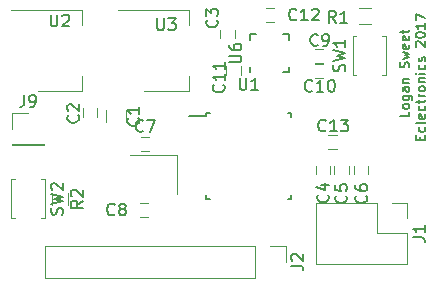
<source format=gbr>
G04 #@! TF.FileFunction,Legend,Top*
%FSLAX46Y46*%
G04 Gerber Fmt 4.6, Leading zero omitted, Abs format (unit mm)*
G04 Created by KiCad (PCBNEW 4.0.7) date 11/26/17 14:21:04*
%MOMM*%
%LPD*%
G01*
G04 APERTURE LIST*
%ADD10C,0.100000*%
%ADD11C,0.150000*%
%ADD12C,0.120000*%
G04 APERTURE END LIST*
D10*
D11*
X211776905Y-97643548D02*
X211776905Y-98024501D01*
X210976905Y-98024501D01*
X211776905Y-97262596D02*
X211738810Y-97338787D01*
X211700714Y-97376882D01*
X211624524Y-97414977D01*
X211395952Y-97414977D01*
X211319762Y-97376882D01*
X211281667Y-97338787D01*
X211243571Y-97262596D01*
X211243571Y-97148310D01*
X211281667Y-97072120D01*
X211319762Y-97034025D01*
X211395952Y-96995929D01*
X211624524Y-96995929D01*
X211700714Y-97034025D01*
X211738810Y-97072120D01*
X211776905Y-97148310D01*
X211776905Y-97262596D01*
X211243571Y-96310215D02*
X211891190Y-96310215D01*
X211967381Y-96348310D01*
X212005476Y-96386405D01*
X212043571Y-96462596D01*
X212043571Y-96576881D01*
X212005476Y-96653072D01*
X211738810Y-96310215D02*
X211776905Y-96386405D01*
X211776905Y-96538786D01*
X211738810Y-96614977D01*
X211700714Y-96653072D01*
X211624524Y-96691167D01*
X211395952Y-96691167D01*
X211319762Y-96653072D01*
X211281667Y-96614977D01*
X211243571Y-96538786D01*
X211243571Y-96386405D01*
X211281667Y-96310215D01*
X211776905Y-95586405D02*
X211357857Y-95586405D01*
X211281667Y-95624500D01*
X211243571Y-95700690D01*
X211243571Y-95853071D01*
X211281667Y-95929262D01*
X211738810Y-95586405D02*
X211776905Y-95662595D01*
X211776905Y-95853071D01*
X211738810Y-95929262D01*
X211662619Y-95967357D01*
X211586429Y-95967357D01*
X211510238Y-95929262D01*
X211472143Y-95853071D01*
X211472143Y-95662595D01*
X211434048Y-95586405D01*
X211243571Y-95205452D02*
X211776905Y-95205452D01*
X211319762Y-95205452D02*
X211281667Y-95167357D01*
X211243571Y-95091166D01*
X211243571Y-94976880D01*
X211281667Y-94900690D01*
X211357857Y-94862595D01*
X211776905Y-94862595D01*
X211738810Y-93910213D02*
X211776905Y-93795927D01*
X211776905Y-93605451D01*
X211738810Y-93529261D01*
X211700714Y-93491165D01*
X211624524Y-93453070D01*
X211548333Y-93453070D01*
X211472143Y-93491165D01*
X211434048Y-93529261D01*
X211395952Y-93605451D01*
X211357857Y-93757832D01*
X211319762Y-93834023D01*
X211281667Y-93872118D01*
X211205476Y-93910213D01*
X211129286Y-93910213D01*
X211053095Y-93872118D01*
X211015000Y-93834023D01*
X210976905Y-93757832D01*
X210976905Y-93567356D01*
X211015000Y-93453070D01*
X211243571Y-93186403D02*
X211776905Y-93034022D01*
X211395952Y-92881641D01*
X211776905Y-92729260D01*
X211243571Y-92576879D01*
X211738810Y-91967356D02*
X211776905Y-92043546D01*
X211776905Y-92195927D01*
X211738810Y-92272118D01*
X211662619Y-92310213D01*
X211357857Y-92310213D01*
X211281667Y-92272118D01*
X211243571Y-92195927D01*
X211243571Y-92043546D01*
X211281667Y-91967356D01*
X211357857Y-91929261D01*
X211434048Y-91929261D01*
X211510238Y-92310213D01*
X211738810Y-91281642D02*
X211776905Y-91357832D01*
X211776905Y-91510213D01*
X211738810Y-91586404D01*
X211662619Y-91624499D01*
X211357857Y-91624499D01*
X211281667Y-91586404D01*
X211243571Y-91510213D01*
X211243571Y-91357832D01*
X211281667Y-91281642D01*
X211357857Y-91243547D01*
X211434048Y-91243547D01*
X211510238Y-91624499D01*
X211243571Y-91014976D02*
X211243571Y-90710214D01*
X210976905Y-90900690D02*
X211662619Y-90900690D01*
X211738810Y-90862595D01*
X211776905Y-90786404D01*
X211776905Y-90710214D01*
X212707857Y-100024501D02*
X212707857Y-99757834D01*
X213126905Y-99643548D02*
X213126905Y-100024501D01*
X212326905Y-100024501D01*
X212326905Y-99643548D01*
X213088810Y-98957834D02*
X213126905Y-99034024D01*
X213126905Y-99186405D01*
X213088810Y-99262596D01*
X213050714Y-99300691D01*
X212974524Y-99338786D01*
X212745952Y-99338786D01*
X212669762Y-99300691D01*
X212631667Y-99262596D01*
X212593571Y-99186405D01*
X212593571Y-99034024D01*
X212631667Y-98957834D01*
X213126905Y-98500691D02*
X213088810Y-98576882D01*
X213012619Y-98614977D01*
X212326905Y-98614977D01*
X213088810Y-97891167D02*
X213126905Y-97967357D01*
X213126905Y-98119738D01*
X213088810Y-98195929D01*
X213012619Y-98234024D01*
X212707857Y-98234024D01*
X212631667Y-98195929D01*
X212593571Y-98119738D01*
X212593571Y-97967357D01*
X212631667Y-97891167D01*
X212707857Y-97853072D01*
X212784048Y-97853072D01*
X212860238Y-98234024D01*
X213088810Y-97167358D02*
X213126905Y-97243548D01*
X213126905Y-97395929D01*
X213088810Y-97472120D01*
X213050714Y-97510215D01*
X212974524Y-97548310D01*
X212745952Y-97548310D01*
X212669762Y-97510215D01*
X212631667Y-97472120D01*
X212593571Y-97395929D01*
X212593571Y-97243548D01*
X212631667Y-97167358D01*
X212593571Y-96938787D02*
X212593571Y-96634025D01*
X212326905Y-96824501D02*
X213012619Y-96824501D01*
X213088810Y-96786406D01*
X213126905Y-96710215D01*
X213126905Y-96634025D01*
X213126905Y-96367358D02*
X212593571Y-96367358D01*
X212745952Y-96367358D02*
X212669762Y-96329263D01*
X212631667Y-96291167D01*
X212593571Y-96214977D01*
X212593571Y-96138786D01*
X213126905Y-95757834D02*
X213088810Y-95834025D01*
X213050714Y-95872120D01*
X212974524Y-95910215D01*
X212745952Y-95910215D01*
X212669762Y-95872120D01*
X212631667Y-95834025D01*
X212593571Y-95757834D01*
X212593571Y-95643548D01*
X212631667Y-95567358D01*
X212669762Y-95529263D01*
X212745952Y-95491167D01*
X212974524Y-95491167D01*
X213050714Y-95529263D01*
X213088810Y-95567358D01*
X213126905Y-95643548D01*
X213126905Y-95757834D01*
X212593571Y-95148310D02*
X213126905Y-95148310D01*
X212669762Y-95148310D02*
X212631667Y-95110215D01*
X212593571Y-95034024D01*
X212593571Y-94919738D01*
X212631667Y-94843548D01*
X212707857Y-94805453D01*
X213126905Y-94805453D01*
X213126905Y-94424500D02*
X212593571Y-94424500D01*
X212326905Y-94424500D02*
X212365000Y-94462595D01*
X212403095Y-94424500D01*
X212365000Y-94386405D01*
X212326905Y-94424500D01*
X212403095Y-94424500D01*
X213088810Y-93700691D02*
X213126905Y-93776881D01*
X213126905Y-93929262D01*
X213088810Y-94005453D01*
X213050714Y-94043548D01*
X212974524Y-94081643D01*
X212745952Y-94081643D01*
X212669762Y-94043548D01*
X212631667Y-94005453D01*
X212593571Y-93929262D01*
X212593571Y-93776881D01*
X212631667Y-93700691D01*
X213088810Y-93395929D02*
X213126905Y-93319739D01*
X213126905Y-93167358D01*
X213088810Y-93091167D01*
X213012619Y-93053072D01*
X212974524Y-93053072D01*
X212898333Y-93091167D01*
X212860238Y-93167358D01*
X212860238Y-93281643D01*
X212822143Y-93357834D01*
X212745952Y-93395929D01*
X212707857Y-93395929D01*
X212631667Y-93357834D01*
X212593571Y-93281643D01*
X212593571Y-93167358D01*
X212631667Y-93091167D01*
X212403095Y-92138786D02*
X212365000Y-92100691D01*
X212326905Y-92024500D01*
X212326905Y-91834024D01*
X212365000Y-91757834D01*
X212403095Y-91719738D01*
X212479286Y-91681643D01*
X212555476Y-91681643D01*
X212669762Y-91719738D01*
X213126905Y-92176881D01*
X213126905Y-91681643D01*
X212326905Y-91186405D02*
X212326905Y-91110214D01*
X212365000Y-91034024D01*
X212403095Y-90995929D01*
X212479286Y-90957833D01*
X212631667Y-90919738D01*
X212822143Y-90919738D01*
X212974524Y-90957833D01*
X213050714Y-90995929D01*
X213088810Y-91034024D01*
X213126905Y-91110214D01*
X213126905Y-91186405D01*
X213088810Y-91262595D01*
X213050714Y-91300691D01*
X212974524Y-91338786D01*
X212822143Y-91376881D01*
X212631667Y-91376881D01*
X212479286Y-91338786D01*
X212403095Y-91300691D01*
X212365000Y-91262595D01*
X212326905Y-91186405D01*
X213126905Y-90157833D02*
X213126905Y-90614976D01*
X213126905Y-90386405D02*
X212326905Y-90386405D01*
X212441190Y-90462595D01*
X212517381Y-90538786D01*
X212555476Y-90614976D01*
X212326905Y-89891166D02*
X212326905Y-89357833D01*
X213126905Y-89700690D01*
D12*
X187794000Y-98544000D02*
X187794000Y-97544000D01*
X186094000Y-97544000D02*
X186094000Y-98544000D01*
X184185000Y-98076500D02*
X184185000Y-97376500D01*
X185385000Y-97376500D02*
X185385000Y-98076500D01*
X197005500Y-90709000D02*
X197005500Y-91409000D01*
X195805500Y-91409000D02*
X195805500Y-90709000D01*
X205070000Y-102266000D02*
X205070000Y-102966000D01*
X203870000Y-102966000D02*
X203870000Y-102266000D01*
X206657500Y-102266000D02*
X206657500Y-102966000D01*
X205457500Y-102966000D02*
X205457500Y-102266000D01*
X208308500Y-102266000D02*
X208308500Y-102966000D01*
X207108500Y-102966000D02*
X207108500Y-102266000D01*
X189770500Y-100993500D02*
X189070500Y-100993500D01*
X189070500Y-99793500D02*
X189770500Y-99793500D01*
X189707000Y-106581500D02*
X189007000Y-106581500D01*
X189007000Y-105381500D02*
X189707000Y-105381500D01*
X203802500Y-92364000D02*
X204502500Y-92364000D01*
X204502500Y-93564000D02*
X203802500Y-93564000D01*
X203802500Y-93634000D02*
X204502500Y-93634000D01*
X204502500Y-94834000D02*
X203802500Y-94834000D01*
X197513500Y-93820500D02*
X197513500Y-94520500D01*
X196313500Y-94520500D02*
X196313500Y-93820500D01*
X200375000Y-90071500D02*
X199675000Y-90071500D01*
X199675000Y-88871500D02*
X200375000Y-88871500D01*
X205645500Y-100803000D02*
X204945500Y-100803000D01*
X204945500Y-99603000D02*
X205645500Y-99603000D01*
X203902000Y-105350000D02*
X203902000Y-110550000D01*
X209042000Y-105350000D02*
X203902000Y-105350000D01*
X211642000Y-110550000D02*
X203902000Y-110550000D01*
X209042000Y-105350000D02*
X209042000Y-107950000D01*
X209042000Y-107950000D02*
X211642000Y-107950000D01*
X211642000Y-107950000D02*
X211642000Y-110550000D01*
X210312000Y-105350000D02*
X211642000Y-105350000D01*
X211642000Y-105350000D02*
X211642000Y-106680000D01*
X180915000Y-109033000D02*
X180915000Y-111693000D01*
X198755000Y-109033000D02*
X180915000Y-109033000D01*
X198755000Y-111693000D02*
X180915000Y-111693000D01*
X198755000Y-109033000D02*
X198755000Y-111693000D01*
X200025000Y-109033000D02*
X201355000Y-109033000D01*
X201355000Y-109033000D02*
X201355000Y-110363000D01*
X178184500Y-100453500D02*
X180844500Y-100453500D01*
X178184500Y-100393500D02*
X178184500Y-100453500D01*
X180844500Y-100393500D02*
X180844500Y-100453500D01*
X178184500Y-100393500D02*
X180844500Y-100393500D01*
X178184500Y-99123500D02*
X178184500Y-97793500D01*
X178184500Y-97793500D02*
X179514500Y-97793500D01*
X208526000Y-90215000D02*
X207526000Y-90215000D01*
X207526000Y-88855000D02*
X208526000Y-88855000D01*
X181565000Y-105529000D02*
X181565000Y-104529000D01*
X182925000Y-104529000D02*
X182925000Y-105529000D01*
X209507000Y-94550500D02*
X209807000Y-94550500D01*
X209807000Y-94550500D02*
X209807000Y-91250500D01*
X209807000Y-91250500D02*
X209507000Y-91250500D01*
X207307000Y-94550500D02*
X207007000Y-94550500D01*
X207007000Y-94550500D02*
X207007000Y-91250500D01*
X207007000Y-91250500D02*
X207307000Y-91250500D01*
X178414500Y-103379000D02*
X178114500Y-103379000D01*
X178114500Y-103379000D02*
X178114500Y-106679000D01*
X178114500Y-106679000D02*
X178414500Y-106679000D01*
X180614500Y-103379000D02*
X180914500Y-103379000D01*
X180914500Y-103379000D02*
X180914500Y-106679000D01*
X180914500Y-106679000D02*
X180614500Y-106679000D01*
D11*
X194558500Y-97784500D02*
X194558500Y-98009500D01*
X201808500Y-97784500D02*
X201808500Y-98109500D01*
X201808500Y-105034500D02*
X201808500Y-104709500D01*
X194558500Y-105034500D02*
X194558500Y-104709500D01*
X194558500Y-97784500D02*
X194883500Y-97784500D01*
X194558500Y-105034500D02*
X194883500Y-105034500D01*
X201808500Y-105034500D02*
X201483500Y-105034500D01*
X201808500Y-97784500D02*
X201483500Y-97784500D01*
X194558500Y-98009500D02*
X193133500Y-98009500D01*
D12*
X184091500Y-95866000D02*
X184091500Y-94606000D01*
X184091500Y-89046000D02*
X184091500Y-90306000D01*
X180331500Y-95866000D02*
X184091500Y-95866000D01*
X178081500Y-89046000D02*
X184091500Y-89046000D01*
X193108500Y-95866000D02*
X193108500Y-94606000D01*
X193108500Y-89046000D02*
X193108500Y-90306000D01*
X189348500Y-95866000D02*
X193108500Y-95866000D01*
X187098500Y-89046000D02*
X193108500Y-89046000D01*
D11*
X198336500Y-91085000D02*
X198836500Y-91085000D01*
X201586500Y-94335000D02*
X201086500Y-94335000D01*
X201586500Y-91085000D02*
X201086500Y-91085000D01*
X198336500Y-94335000D02*
X198336500Y-93835000D01*
X201586500Y-94335000D02*
X201586500Y-93835000D01*
X201586500Y-91085000D02*
X201586500Y-91585000D01*
X198336500Y-91085000D02*
X198336500Y-91585000D01*
D12*
X192119000Y-104583500D02*
X192119000Y-101283500D01*
X192119000Y-101283500D02*
X188119000Y-101283500D01*
D11*
X188825143Y-98210666D02*
X188872762Y-98258285D01*
X188920381Y-98401142D01*
X188920381Y-98496380D01*
X188872762Y-98639238D01*
X188777524Y-98734476D01*
X188682286Y-98782095D01*
X188491810Y-98829714D01*
X188348952Y-98829714D01*
X188158476Y-98782095D01*
X188063238Y-98734476D01*
X187968000Y-98639238D01*
X187920381Y-98496380D01*
X187920381Y-98401142D01*
X187968000Y-98258285D01*
X188015619Y-98210666D01*
X188920381Y-97258285D02*
X188920381Y-97829714D01*
X188920381Y-97544000D02*
X187920381Y-97544000D01*
X188063238Y-97639238D01*
X188158476Y-97734476D01*
X188206095Y-97829714D01*
X183745143Y-97956666D02*
X183792762Y-98004285D01*
X183840381Y-98147142D01*
X183840381Y-98242380D01*
X183792762Y-98385238D01*
X183697524Y-98480476D01*
X183602286Y-98528095D01*
X183411810Y-98575714D01*
X183268952Y-98575714D01*
X183078476Y-98528095D01*
X182983238Y-98480476D01*
X182888000Y-98385238D01*
X182840381Y-98242380D01*
X182840381Y-98147142D01*
X182888000Y-98004285D01*
X182935619Y-97956666D01*
X182935619Y-97575714D02*
X182888000Y-97528095D01*
X182840381Y-97432857D01*
X182840381Y-97194761D01*
X182888000Y-97099523D01*
X182935619Y-97051904D01*
X183030857Y-97004285D01*
X183126095Y-97004285D01*
X183268952Y-97051904D01*
X183840381Y-97623333D01*
X183840381Y-97004285D01*
X195492643Y-89892166D02*
X195540262Y-89939785D01*
X195587881Y-90082642D01*
X195587881Y-90177880D01*
X195540262Y-90320738D01*
X195445024Y-90415976D01*
X195349786Y-90463595D01*
X195159310Y-90511214D01*
X195016452Y-90511214D01*
X194825976Y-90463595D01*
X194730738Y-90415976D01*
X194635500Y-90320738D01*
X194587881Y-90177880D01*
X194587881Y-90082642D01*
X194635500Y-89939785D01*
X194683119Y-89892166D01*
X194587881Y-89558833D02*
X194587881Y-88939785D01*
X194968833Y-89273119D01*
X194968833Y-89130261D01*
X195016452Y-89035023D01*
X195064071Y-88987404D01*
X195159310Y-88939785D01*
X195397405Y-88939785D01*
X195492643Y-88987404D01*
X195540262Y-89035023D01*
X195587881Y-89130261D01*
X195587881Y-89415976D01*
X195540262Y-89511214D01*
X195492643Y-89558833D01*
X204890643Y-104687666D02*
X204938262Y-104735285D01*
X204985881Y-104878142D01*
X204985881Y-104973380D01*
X204938262Y-105116238D01*
X204843024Y-105211476D01*
X204747786Y-105259095D01*
X204557310Y-105306714D01*
X204414452Y-105306714D01*
X204223976Y-105259095D01*
X204128738Y-105211476D01*
X204033500Y-105116238D01*
X203985881Y-104973380D01*
X203985881Y-104878142D01*
X204033500Y-104735285D01*
X204081119Y-104687666D01*
X204319214Y-103830523D02*
X204985881Y-103830523D01*
X203938262Y-104068619D02*
X204652548Y-104306714D01*
X204652548Y-103687666D01*
X206414643Y-104751166D02*
X206462262Y-104798785D01*
X206509881Y-104941642D01*
X206509881Y-105036880D01*
X206462262Y-105179738D01*
X206367024Y-105274976D01*
X206271786Y-105322595D01*
X206081310Y-105370214D01*
X205938452Y-105370214D01*
X205747976Y-105322595D01*
X205652738Y-105274976D01*
X205557500Y-105179738D01*
X205509881Y-105036880D01*
X205509881Y-104941642D01*
X205557500Y-104798785D01*
X205605119Y-104751166D01*
X205509881Y-103846404D02*
X205509881Y-104322595D01*
X205986071Y-104370214D01*
X205938452Y-104322595D01*
X205890833Y-104227357D01*
X205890833Y-103989261D01*
X205938452Y-103894023D01*
X205986071Y-103846404D01*
X206081310Y-103798785D01*
X206319405Y-103798785D01*
X206414643Y-103846404D01*
X206462262Y-103894023D01*
X206509881Y-103989261D01*
X206509881Y-104227357D01*
X206462262Y-104322595D01*
X206414643Y-104370214D01*
X208129143Y-104751166D02*
X208176762Y-104798785D01*
X208224381Y-104941642D01*
X208224381Y-105036880D01*
X208176762Y-105179738D01*
X208081524Y-105274976D01*
X207986286Y-105322595D01*
X207795810Y-105370214D01*
X207652952Y-105370214D01*
X207462476Y-105322595D01*
X207367238Y-105274976D01*
X207272000Y-105179738D01*
X207224381Y-105036880D01*
X207224381Y-104941642D01*
X207272000Y-104798785D01*
X207319619Y-104751166D01*
X207224381Y-103894023D02*
X207224381Y-104084500D01*
X207272000Y-104179738D01*
X207319619Y-104227357D01*
X207462476Y-104322595D01*
X207652952Y-104370214D01*
X208033905Y-104370214D01*
X208129143Y-104322595D01*
X208176762Y-104274976D01*
X208224381Y-104179738D01*
X208224381Y-103989261D01*
X208176762Y-103894023D01*
X208129143Y-103846404D01*
X208033905Y-103798785D01*
X207795810Y-103798785D01*
X207700571Y-103846404D01*
X207652952Y-103894023D01*
X207605333Y-103989261D01*
X207605333Y-104179738D01*
X207652952Y-104274976D01*
X207700571Y-104322595D01*
X207795810Y-104370214D01*
X189253834Y-99250643D02*
X189206215Y-99298262D01*
X189063358Y-99345881D01*
X188968120Y-99345881D01*
X188825262Y-99298262D01*
X188730024Y-99203024D01*
X188682405Y-99107786D01*
X188634786Y-98917310D01*
X188634786Y-98774452D01*
X188682405Y-98583976D01*
X188730024Y-98488738D01*
X188825262Y-98393500D01*
X188968120Y-98345881D01*
X189063358Y-98345881D01*
X189206215Y-98393500D01*
X189253834Y-98441119D01*
X189587167Y-98345881D02*
X190253834Y-98345881D01*
X189825262Y-99345881D01*
X186840834Y-106338643D02*
X186793215Y-106386262D01*
X186650358Y-106433881D01*
X186555120Y-106433881D01*
X186412262Y-106386262D01*
X186317024Y-106291024D01*
X186269405Y-106195786D01*
X186221786Y-106005310D01*
X186221786Y-105862452D01*
X186269405Y-105671976D01*
X186317024Y-105576738D01*
X186412262Y-105481500D01*
X186555120Y-105433881D01*
X186650358Y-105433881D01*
X186793215Y-105481500D01*
X186840834Y-105529119D01*
X187412262Y-105862452D02*
X187317024Y-105814833D01*
X187269405Y-105767214D01*
X187221786Y-105671976D01*
X187221786Y-105624357D01*
X187269405Y-105529119D01*
X187317024Y-105481500D01*
X187412262Y-105433881D01*
X187602739Y-105433881D01*
X187697977Y-105481500D01*
X187745596Y-105529119D01*
X187793215Y-105624357D01*
X187793215Y-105671976D01*
X187745596Y-105767214D01*
X187697977Y-105814833D01*
X187602739Y-105862452D01*
X187412262Y-105862452D01*
X187317024Y-105910071D01*
X187269405Y-105957690D01*
X187221786Y-106052929D01*
X187221786Y-106243405D01*
X187269405Y-106338643D01*
X187317024Y-106386262D01*
X187412262Y-106433881D01*
X187602739Y-106433881D01*
X187697977Y-106386262D01*
X187745596Y-106338643D01*
X187793215Y-106243405D01*
X187793215Y-106052929D01*
X187745596Y-105957690D01*
X187697977Y-105910071D01*
X187602739Y-105862452D01*
X204049334Y-91987643D02*
X204001715Y-92035262D01*
X203858858Y-92082881D01*
X203763620Y-92082881D01*
X203620762Y-92035262D01*
X203525524Y-91940024D01*
X203477905Y-91844786D01*
X203430286Y-91654310D01*
X203430286Y-91511452D01*
X203477905Y-91320976D01*
X203525524Y-91225738D01*
X203620762Y-91130500D01*
X203763620Y-91082881D01*
X203858858Y-91082881D01*
X204001715Y-91130500D01*
X204049334Y-91178119D01*
X204525524Y-92082881D02*
X204716000Y-92082881D01*
X204811239Y-92035262D01*
X204858858Y-91987643D01*
X204954096Y-91844786D01*
X205001715Y-91654310D01*
X205001715Y-91273357D01*
X204954096Y-91178119D01*
X204906477Y-91130500D01*
X204811239Y-91082881D01*
X204620762Y-91082881D01*
X204525524Y-91130500D01*
X204477905Y-91178119D01*
X204430286Y-91273357D01*
X204430286Y-91511452D01*
X204477905Y-91606690D01*
X204525524Y-91654310D01*
X204620762Y-91701929D01*
X204811239Y-91701929D01*
X204906477Y-91654310D01*
X204954096Y-91606690D01*
X205001715Y-91511452D01*
X203573143Y-95861143D02*
X203525524Y-95908762D01*
X203382667Y-95956381D01*
X203287429Y-95956381D01*
X203144571Y-95908762D01*
X203049333Y-95813524D01*
X203001714Y-95718286D01*
X202954095Y-95527810D01*
X202954095Y-95384952D01*
X203001714Y-95194476D01*
X203049333Y-95099238D01*
X203144571Y-95004000D01*
X203287429Y-94956381D01*
X203382667Y-94956381D01*
X203525524Y-95004000D01*
X203573143Y-95051619D01*
X204525524Y-95956381D02*
X203954095Y-95956381D01*
X204239809Y-95956381D02*
X204239809Y-94956381D01*
X204144571Y-95099238D01*
X204049333Y-95194476D01*
X203954095Y-95242095D01*
X205144571Y-94956381D02*
X205239810Y-94956381D01*
X205335048Y-95004000D01*
X205382667Y-95051619D01*
X205430286Y-95146857D01*
X205477905Y-95337333D01*
X205477905Y-95575429D01*
X205430286Y-95765905D01*
X205382667Y-95861143D01*
X205335048Y-95908762D01*
X205239810Y-95956381D01*
X205144571Y-95956381D01*
X205049333Y-95908762D01*
X205001714Y-95861143D01*
X204954095Y-95765905D01*
X204906476Y-95575429D01*
X204906476Y-95337333D01*
X204954095Y-95146857D01*
X205001714Y-95051619D01*
X205049333Y-95004000D01*
X205144571Y-94956381D01*
X196064143Y-95384857D02*
X196111762Y-95432476D01*
X196159381Y-95575333D01*
X196159381Y-95670571D01*
X196111762Y-95813429D01*
X196016524Y-95908667D01*
X195921286Y-95956286D01*
X195730810Y-96003905D01*
X195587952Y-96003905D01*
X195397476Y-95956286D01*
X195302238Y-95908667D01*
X195207000Y-95813429D01*
X195159381Y-95670571D01*
X195159381Y-95575333D01*
X195207000Y-95432476D01*
X195254619Y-95384857D01*
X196159381Y-94432476D02*
X196159381Y-95003905D01*
X196159381Y-94718191D02*
X195159381Y-94718191D01*
X195302238Y-94813429D01*
X195397476Y-94908667D01*
X195445095Y-95003905D01*
X196159381Y-93480095D02*
X196159381Y-94051524D01*
X196159381Y-93765810D02*
X195159381Y-93765810D01*
X195302238Y-93861048D01*
X195397476Y-93956286D01*
X195445095Y-94051524D01*
X202239643Y-89828643D02*
X202192024Y-89876262D01*
X202049167Y-89923881D01*
X201953929Y-89923881D01*
X201811071Y-89876262D01*
X201715833Y-89781024D01*
X201668214Y-89685786D01*
X201620595Y-89495310D01*
X201620595Y-89352452D01*
X201668214Y-89161976D01*
X201715833Y-89066738D01*
X201811071Y-88971500D01*
X201953929Y-88923881D01*
X202049167Y-88923881D01*
X202192024Y-88971500D01*
X202239643Y-89019119D01*
X203192024Y-89923881D02*
X202620595Y-89923881D01*
X202906309Y-89923881D02*
X202906309Y-88923881D01*
X202811071Y-89066738D01*
X202715833Y-89161976D01*
X202620595Y-89209595D01*
X203572976Y-89019119D02*
X203620595Y-88971500D01*
X203715833Y-88923881D01*
X203953929Y-88923881D01*
X204049167Y-88971500D01*
X204096786Y-89019119D01*
X204144405Y-89114357D01*
X204144405Y-89209595D01*
X204096786Y-89352452D01*
X203525357Y-89923881D01*
X204144405Y-89923881D01*
X204716143Y-99226643D02*
X204668524Y-99274262D01*
X204525667Y-99321881D01*
X204430429Y-99321881D01*
X204287571Y-99274262D01*
X204192333Y-99179024D01*
X204144714Y-99083786D01*
X204097095Y-98893310D01*
X204097095Y-98750452D01*
X204144714Y-98559976D01*
X204192333Y-98464738D01*
X204287571Y-98369500D01*
X204430429Y-98321881D01*
X204525667Y-98321881D01*
X204668524Y-98369500D01*
X204716143Y-98417119D01*
X205668524Y-99321881D02*
X205097095Y-99321881D01*
X205382809Y-99321881D02*
X205382809Y-98321881D01*
X205287571Y-98464738D01*
X205192333Y-98559976D01*
X205097095Y-98607595D01*
X206001857Y-98321881D02*
X206620905Y-98321881D01*
X206287571Y-98702833D01*
X206430429Y-98702833D01*
X206525667Y-98750452D01*
X206573286Y-98798071D01*
X206620905Y-98893310D01*
X206620905Y-99131405D01*
X206573286Y-99226643D01*
X206525667Y-99274262D01*
X206430429Y-99321881D01*
X206144714Y-99321881D01*
X206049476Y-99274262D01*
X206001857Y-99226643D01*
X212094381Y-108283333D02*
X212808667Y-108283333D01*
X212951524Y-108330953D01*
X213046762Y-108426191D01*
X213094381Y-108569048D01*
X213094381Y-108664286D01*
X213094381Y-107283333D02*
X213094381Y-107854762D01*
X213094381Y-107569048D02*
X212094381Y-107569048D01*
X212237238Y-107664286D01*
X212332476Y-107759524D01*
X212380095Y-107854762D01*
X201807381Y-110696333D02*
X202521667Y-110696333D01*
X202664524Y-110743953D01*
X202759762Y-110839191D01*
X202807381Y-110982048D01*
X202807381Y-111077286D01*
X201902619Y-110267762D02*
X201855000Y-110220143D01*
X201807381Y-110124905D01*
X201807381Y-109886809D01*
X201855000Y-109791571D01*
X201902619Y-109743952D01*
X201997857Y-109696333D01*
X202093095Y-109696333D01*
X202235952Y-109743952D01*
X202807381Y-110315381D01*
X202807381Y-109696333D01*
X179181167Y-96245881D02*
X179181167Y-96960167D01*
X179133547Y-97103024D01*
X179038309Y-97198262D01*
X178895452Y-97245881D01*
X178800214Y-97245881D01*
X179704976Y-97245881D02*
X179895452Y-97245881D01*
X179990691Y-97198262D01*
X180038310Y-97150643D01*
X180133548Y-97007786D01*
X180181167Y-96817310D01*
X180181167Y-96436357D01*
X180133548Y-96341119D01*
X180085929Y-96293500D01*
X179990691Y-96245881D01*
X179800214Y-96245881D01*
X179704976Y-96293500D01*
X179657357Y-96341119D01*
X179609738Y-96436357D01*
X179609738Y-96674452D01*
X179657357Y-96769690D01*
X179704976Y-96817310D01*
X179800214Y-96864929D01*
X179990691Y-96864929D01*
X180085929Y-96817310D01*
X180133548Y-96769690D01*
X180181167Y-96674452D01*
X205573334Y-90114381D02*
X205240000Y-89638190D01*
X205001905Y-90114381D02*
X205001905Y-89114381D01*
X205382858Y-89114381D01*
X205478096Y-89162000D01*
X205525715Y-89209619D01*
X205573334Y-89304857D01*
X205573334Y-89447714D01*
X205525715Y-89542952D01*
X205478096Y-89590571D01*
X205382858Y-89638190D01*
X205001905Y-89638190D01*
X206525715Y-90114381D02*
X205954286Y-90114381D01*
X206240000Y-90114381D02*
X206240000Y-89114381D01*
X206144762Y-89257238D01*
X206049524Y-89352476D01*
X205954286Y-89400095D01*
X184147381Y-105195666D02*
X183671190Y-105529000D01*
X184147381Y-105767095D02*
X183147381Y-105767095D01*
X183147381Y-105386142D01*
X183195000Y-105290904D01*
X183242619Y-105243285D01*
X183337857Y-105195666D01*
X183480714Y-105195666D01*
X183575952Y-105243285D01*
X183623571Y-105290904D01*
X183671190Y-105386142D01*
X183671190Y-105767095D01*
X183242619Y-104814714D02*
X183195000Y-104767095D01*
X183147381Y-104671857D01*
X183147381Y-104433761D01*
X183195000Y-104338523D01*
X183242619Y-104290904D01*
X183337857Y-104243285D01*
X183433095Y-104243285D01*
X183575952Y-104290904D01*
X184147381Y-104862333D01*
X184147381Y-104243285D01*
X206311762Y-94233833D02*
X206359381Y-94090976D01*
X206359381Y-93852880D01*
X206311762Y-93757642D01*
X206264143Y-93710023D01*
X206168905Y-93662404D01*
X206073667Y-93662404D01*
X205978429Y-93710023D01*
X205930810Y-93757642D01*
X205883190Y-93852880D01*
X205835571Y-94043357D01*
X205787952Y-94138595D01*
X205740333Y-94186214D01*
X205645095Y-94233833D01*
X205549857Y-94233833D01*
X205454619Y-94186214D01*
X205407000Y-94138595D01*
X205359381Y-94043357D01*
X205359381Y-93805261D01*
X205407000Y-93662404D01*
X205359381Y-93329071D02*
X206359381Y-93090976D01*
X205645095Y-92900499D01*
X206359381Y-92710023D01*
X205359381Y-92471928D01*
X206359381Y-91567166D02*
X206359381Y-92138595D01*
X206359381Y-91852881D02*
X205359381Y-91852881D01*
X205502238Y-91948119D01*
X205597476Y-92043357D01*
X205645095Y-92138595D01*
X182419262Y-106362333D02*
X182466881Y-106219476D01*
X182466881Y-105981380D01*
X182419262Y-105886142D01*
X182371643Y-105838523D01*
X182276405Y-105790904D01*
X182181167Y-105790904D01*
X182085929Y-105838523D01*
X182038310Y-105886142D01*
X181990690Y-105981380D01*
X181943071Y-106171857D01*
X181895452Y-106267095D01*
X181847833Y-106314714D01*
X181752595Y-106362333D01*
X181657357Y-106362333D01*
X181562119Y-106314714D01*
X181514500Y-106267095D01*
X181466881Y-106171857D01*
X181466881Y-105933761D01*
X181514500Y-105790904D01*
X181466881Y-105457571D02*
X182466881Y-105219476D01*
X181752595Y-105028999D01*
X182466881Y-104838523D01*
X181466881Y-104600428D01*
X181562119Y-104267095D02*
X181514500Y-104219476D01*
X181466881Y-104124238D01*
X181466881Y-103886142D01*
X181514500Y-103790904D01*
X181562119Y-103743285D01*
X181657357Y-103695666D01*
X181752595Y-103695666D01*
X181895452Y-103743285D01*
X182466881Y-104314714D01*
X182466881Y-103695666D01*
X197421595Y-94811881D02*
X197421595Y-95621405D01*
X197469214Y-95716643D01*
X197516833Y-95764262D01*
X197612071Y-95811881D01*
X197802548Y-95811881D01*
X197897786Y-95764262D01*
X197945405Y-95716643D01*
X197993024Y-95621405D01*
X197993024Y-94811881D01*
X198993024Y-95811881D02*
X198421595Y-95811881D01*
X198707309Y-95811881D02*
X198707309Y-94811881D01*
X198612071Y-94954738D01*
X198516833Y-95049976D01*
X198421595Y-95097595D01*
X181419595Y-89431881D02*
X181419595Y-90241405D01*
X181467214Y-90336643D01*
X181514833Y-90384262D01*
X181610071Y-90431881D01*
X181800548Y-90431881D01*
X181895786Y-90384262D01*
X181943405Y-90336643D01*
X181991024Y-90241405D01*
X181991024Y-89431881D01*
X182419595Y-89527119D02*
X182467214Y-89479500D01*
X182562452Y-89431881D01*
X182800548Y-89431881D01*
X182895786Y-89479500D01*
X182943405Y-89527119D01*
X182991024Y-89622357D01*
X182991024Y-89717595D01*
X182943405Y-89860452D01*
X182371976Y-90431881D01*
X182991024Y-90431881D01*
X190436595Y-89749381D02*
X190436595Y-90558905D01*
X190484214Y-90654143D01*
X190531833Y-90701762D01*
X190627071Y-90749381D01*
X190817548Y-90749381D01*
X190912786Y-90701762D01*
X190960405Y-90654143D01*
X191008024Y-90558905D01*
X191008024Y-89749381D01*
X191388976Y-89749381D02*
X192008024Y-89749381D01*
X191674690Y-90130333D01*
X191817548Y-90130333D01*
X191912786Y-90177952D01*
X191960405Y-90225571D01*
X192008024Y-90320810D01*
X192008024Y-90558905D01*
X191960405Y-90654143D01*
X191912786Y-90701762D01*
X191817548Y-90749381D01*
X191531833Y-90749381D01*
X191436595Y-90701762D01*
X191388976Y-90654143D01*
X196563881Y-93471905D02*
X197373405Y-93471905D01*
X197468643Y-93424286D01*
X197516262Y-93376667D01*
X197563881Y-93281429D01*
X197563881Y-93090952D01*
X197516262Y-92995714D01*
X197468643Y-92948095D01*
X197373405Y-92900476D01*
X196563881Y-92900476D01*
X196563881Y-91995714D02*
X196563881Y-92186191D01*
X196611500Y-92281429D01*
X196659119Y-92329048D01*
X196801976Y-92424286D01*
X196992452Y-92471905D01*
X197373405Y-92471905D01*
X197468643Y-92424286D01*
X197516262Y-92376667D01*
X197563881Y-92281429D01*
X197563881Y-92090952D01*
X197516262Y-91995714D01*
X197468643Y-91948095D01*
X197373405Y-91900476D01*
X197135310Y-91900476D01*
X197040071Y-91948095D01*
X196992452Y-91995714D01*
X196944833Y-92090952D01*
X196944833Y-92281429D01*
X196992452Y-92376667D01*
X197040071Y-92424286D01*
X197135310Y-92471905D01*
M02*

</source>
